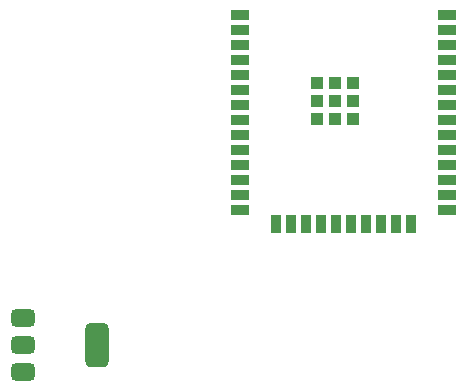
<source format=gtp>
G04 #@! TF.GenerationSoftware,KiCad,Pcbnew,9.0.6*
G04 #@! TF.CreationDate,2026-01-30T16:54:02+01:00*
G04 #@! TF.ProjectId,ESP32_PWM_PCB_large,45535033-325f-4505-974d-5f5043425f6c,1.0*
G04 #@! TF.SameCoordinates,Original*
G04 #@! TF.FileFunction,Paste,Top*
G04 #@! TF.FilePolarity,Positive*
%FSLAX46Y46*%
G04 Gerber Fmt 4.6, Leading zero omitted, Abs format (unit mm)*
G04 Created by KiCad (PCBNEW 9.0.6) date 2026-01-30 16:54:02*
%MOMM*%
%LPD*%
G01*
G04 APERTURE LIST*
G04 Aperture macros list*
%AMRoundRect*
0 Rectangle with rounded corners*
0 $1 Rounding radius*
0 $2 $3 $4 $5 $6 $7 $8 $9 X,Y pos of 4 corners*
0 Add a 4 corners polygon primitive as box body*
4,1,4,$2,$3,$4,$5,$6,$7,$8,$9,$2,$3,0*
0 Add four circle primitives for the rounded corners*
1,1,$1+$1,$2,$3*
1,1,$1+$1,$4,$5*
1,1,$1+$1,$6,$7*
1,1,$1+$1,$8,$9*
0 Add four rect primitives between the rounded corners*
20,1,$1+$1,$2,$3,$4,$5,0*
20,1,$1+$1,$4,$5,$6,$7,0*
20,1,$1+$1,$6,$7,$8,$9,0*
20,1,$1+$1,$8,$9,$2,$3,0*%
G04 Aperture macros list end*
%ADD10R,1.500000X0.900000*%
%ADD11R,0.900000X1.500000*%
%ADD12R,1.050000X1.050000*%
%ADD13RoundRect,0.375000X-0.625000X-0.375000X0.625000X-0.375000X0.625000X0.375000X-0.625000X0.375000X0*%
%ADD14RoundRect,0.500000X-0.500000X-1.400000X0.500000X-1.400000X0.500000X1.400000X-0.500000X1.400000X0*%
G04 APERTURE END LIST*
D10*
G04 #@! TO.C,U1*
X175260000Y-55880000D03*
X175260000Y-57150000D03*
X175260000Y-58420000D03*
X175260000Y-59690000D03*
X175260000Y-60960000D03*
X175260000Y-62230000D03*
X175260000Y-63500000D03*
X175260000Y-64770000D03*
X175260000Y-66040000D03*
X175260000Y-67310000D03*
X175260000Y-68580000D03*
X175260000Y-69850000D03*
X175260000Y-71120000D03*
X175260000Y-72390000D03*
D11*
X178300000Y-73640000D03*
X179570000Y-73640000D03*
X180840000Y-73640000D03*
X182110000Y-73640000D03*
X183380000Y-73640000D03*
X184650000Y-73640000D03*
X185920000Y-73640000D03*
X187190000Y-73640000D03*
X188460000Y-73640000D03*
X189730000Y-73640000D03*
D10*
X192760000Y-72390000D03*
X192760000Y-71120000D03*
X192760000Y-69850000D03*
X192760000Y-68580000D03*
X192760000Y-67310000D03*
X192760000Y-66040000D03*
X192760000Y-64770000D03*
X192760000Y-63500000D03*
X192760000Y-62230000D03*
X192760000Y-60960000D03*
X192760000Y-59690000D03*
X192760000Y-58420000D03*
X192760000Y-57150000D03*
X192760000Y-55880000D03*
D12*
X181805000Y-61695000D03*
X181805000Y-63220000D03*
X181805000Y-64745000D03*
X183330000Y-61695000D03*
X183330000Y-63220000D03*
X183330000Y-64745000D03*
X184855000Y-61695000D03*
X184855000Y-63220000D03*
X184855000Y-64745000D03*
G04 #@! TD*
D13*
G04 #@! TO.C,U2*
X156870000Y-81520000D03*
X156870000Y-83820000D03*
D14*
X163170000Y-83820000D03*
D13*
X156870000Y-86120000D03*
G04 #@! TD*
M02*

</source>
